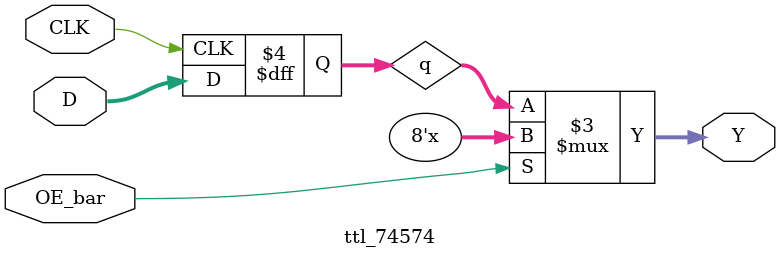
<source format=v>

module ttl_74574 #(
    parameter WIDTH = 8,
    parameter DELAY_RISE = 0, parameter DELAY_FALL = 0
)(
    input  CLK,
    input  OE_bar,
    input  [WIDTH-1:0] D,
    output [WIDTH-1:0] Y
);
/*verilator inline_module*/
    reg [WIDTH-1:0] q;
    always @(posedge CLK) begin
        q <= D;
    end

    // Tri-state outputs (Verilator supports Z on nets; if you want no-Z modeling, gate externally)
    assign Y = (OE_bar == 1'b0) ? q : {WIDTH{1'bz}};
endmodule

</source>
